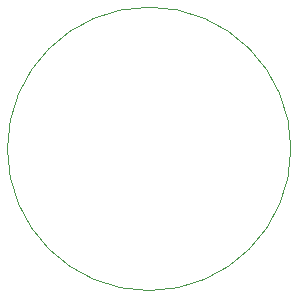
<source format=gm1>
G04 #@! TF.GenerationSoftware,KiCad,Pcbnew,(5.1.7)-1*
G04 #@! TF.CreationDate,2022-06-07T01:10:59+02:00*
G04 #@! TF.ProjectId,Kondensator-Adapter-21mm,4b6f6e64-656e-4736-9174-6f722d416461,rev?*
G04 #@! TF.SameCoordinates,Original*
G04 #@! TF.FileFunction,Profile,NP*
%FSLAX46Y46*%
G04 Gerber Fmt 4.6, Leading zero omitted, Abs format (unit mm)*
G04 Created by KiCad (PCBNEW (5.1.7)-1) date 2022-06-07 01:10:59*
%MOMM*%
%LPD*%
G01*
G04 APERTURE LIST*
G04 #@! TA.AperFunction,Profile*
%ADD10C,0.050000*%
G04 #@! TD*
G04 APERTURE END LIST*
D10*
X185264526Y-38930524D02*
G75*
G03*
X185264526Y-38930524I-12000000J0D01*
G01*
M02*

</source>
